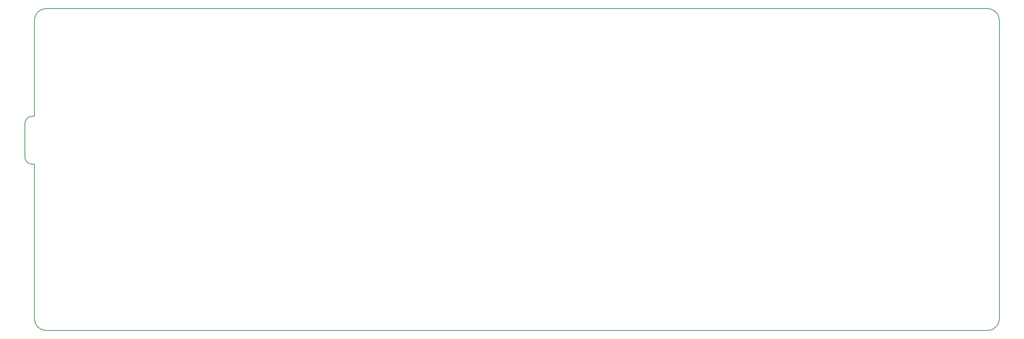
<source format=gbr>
%TF.GenerationSoftware,KiCad,Pcbnew,(5.0.0)*%
%TF.CreationDate,2018-08-30T21:22:28+03:00*%
%TF.ProjectId,cpm43,63706D34332E6B696361645F70636200,rev?*%
%TF.SameCoordinates,Original*%
%TF.FileFunction,Profile,NP*%
%FSLAX46Y46*%
G04 Gerber Fmt 4.6, Leading zero omitted, Abs format (unit mm)*
G04 Created by KiCad (PCBNEW (5.0.0)) date 08/30/18 21:22:28*
%MOMM*%
%LPD*%
G01*
G04 APERTURE LIST*
%ADD10C,0.200000*%
G04 APERTURE END LIST*
D10*
X33274000Y-97282000D02*
X32766000Y-97282000D01*
X32766000Y-85852000D02*
X33274000Y-85852000D01*
X33274000Y-62992000D02*
X33274000Y-85852000D01*
X33274000Y-97282000D02*
X33274000Y-134112000D01*
X30988000Y-87630000D02*
X30988000Y-95504000D01*
X30988000Y-87630000D02*
G75*
G02X32766000Y-85852000I1778000J0D01*
G01*
X32766000Y-97282000D02*
G75*
G02X30988000Y-95504000I0J1778000D01*
G01*
X36068000Y-60198000D02*
X260350000Y-60198000D01*
X260350000Y-136906000D02*
X36068000Y-136906000D01*
X263144000Y-62992000D02*
X263144000Y-134112000D01*
X260350000Y-60198000D02*
G75*
G02X263144000Y-62992000I0J-2794000D01*
G01*
X263144000Y-134112000D02*
G75*
G02X260350000Y-136906000I-2794000J0D01*
G01*
X36068000Y-136906000D02*
G75*
G02X33274000Y-134112000I0J2794000D01*
G01*
X33274000Y-62992000D02*
G75*
G02X36068000Y-60198000I2794000J0D01*
G01*
M02*

</source>
